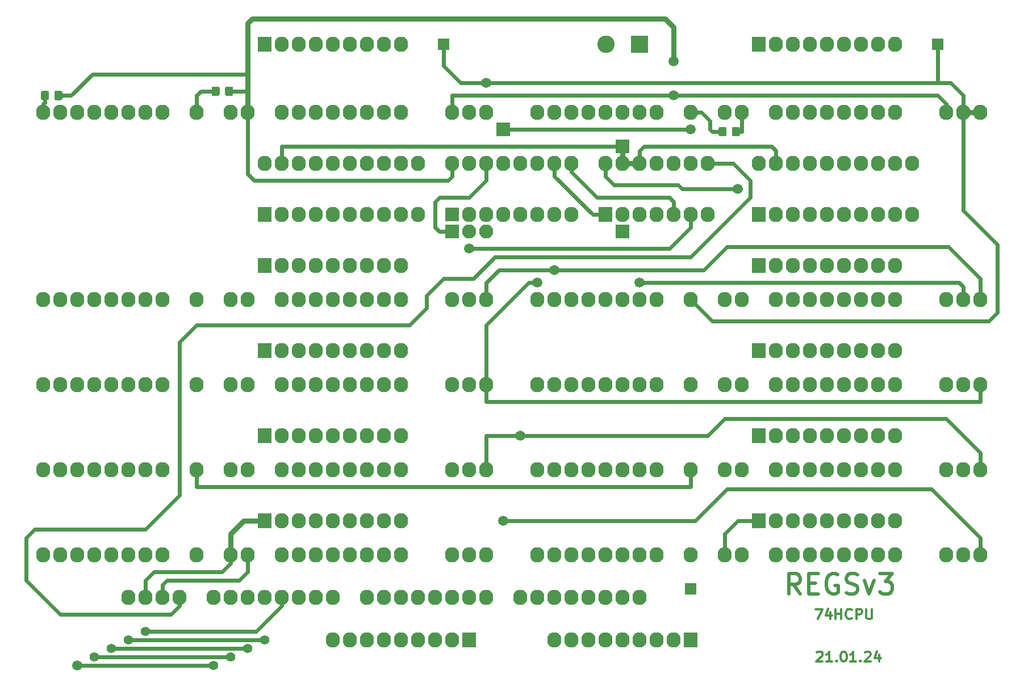
<source format=gbr>
%TF.GenerationSoftware,KiCad,Pcbnew,(5.1.8)-1*%
%TF.CreationDate,2024-01-21T21:11:34+03:00*%
%TF.ProjectId,Regs-v3,52656773-2d76-4332-9e6b-696361645f70,rev?*%
%TF.SameCoordinates,Original*%
%TF.FileFunction,Copper,L1,Top*%
%TF.FilePolarity,Positive*%
%FSLAX46Y46*%
G04 Gerber Fmt 4.6, Leading zero omitted, Abs format (unit mm)*
G04 Created by KiCad (PCBNEW (5.1.8)-1) date 2024-01-21 21:11:34*
%MOMM*%
%LPD*%
G01*
G04 APERTURE LIST*
%TA.AperFunction,NonConductor*%
%ADD10C,0.300000*%
%TD*%
%TA.AperFunction,NonConductor*%
%ADD11C,0.500000*%
%TD*%
%TA.AperFunction,ComponentPad*%
%ADD12R,1.700000X1.700000*%
%TD*%
%TA.AperFunction,ComponentPad*%
%ADD13O,2.100000X2.300000*%
%TD*%
%TA.AperFunction,ComponentPad*%
%ADD14R,2.100000X2.300000*%
%TD*%
%TA.AperFunction,ComponentPad*%
%ADD15C,2.600000*%
%TD*%
%TA.AperFunction,ComponentPad*%
%ADD16R,2.600000X2.600000*%
%TD*%
%TA.AperFunction,ComponentPad*%
%ADD17R,2.100000X2.100000*%
%TD*%
%TA.AperFunction,ComponentPad*%
%ADD18O,2.100000X2.100000*%
%TD*%
%TA.AperFunction,ViaPad*%
%ADD19C,1.500000*%
%TD*%
%TA.AperFunction,ViaPad*%
%ADD20C,1.400000*%
%TD*%
%TA.AperFunction,Conductor*%
%ADD21C,0.600000*%
%TD*%
%TA.AperFunction,Conductor*%
%ADD22C,0.800000*%
%TD*%
G04 APERTURE END LIST*
D10*
X135620714Y-111081428D02*
X135692142Y-111010000D01*
X135835000Y-110938571D01*
X136192142Y-110938571D01*
X136335000Y-111010000D01*
X136406428Y-111081428D01*
X136477857Y-111224285D01*
X136477857Y-111367142D01*
X136406428Y-111581428D01*
X135549285Y-112438571D01*
X136477857Y-112438571D01*
X137906428Y-112438571D02*
X137049285Y-112438571D01*
X137477857Y-112438571D02*
X137477857Y-110938571D01*
X137335000Y-111152857D01*
X137192142Y-111295714D01*
X137049285Y-111367142D01*
X138549285Y-112295714D02*
X138620714Y-112367142D01*
X138549285Y-112438571D01*
X138477857Y-112367142D01*
X138549285Y-112295714D01*
X138549285Y-112438571D01*
X139549285Y-110938571D02*
X139692142Y-110938571D01*
X139835000Y-111010000D01*
X139906428Y-111081428D01*
X139977857Y-111224285D01*
X140049285Y-111510000D01*
X140049285Y-111867142D01*
X139977857Y-112152857D01*
X139906428Y-112295714D01*
X139835000Y-112367142D01*
X139692142Y-112438571D01*
X139549285Y-112438571D01*
X139406428Y-112367142D01*
X139335000Y-112295714D01*
X139263571Y-112152857D01*
X139192142Y-111867142D01*
X139192142Y-111510000D01*
X139263571Y-111224285D01*
X139335000Y-111081428D01*
X139406428Y-111010000D01*
X139549285Y-110938571D01*
X141477857Y-112438571D02*
X140620714Y-112438571D01*
X141049285Y-112438571D02*
X141049285Y-110938571D01*
X140906428Y-111152857D01*
X140763571Y-111295714D01*
X140620714Y-111367142D01*
X142120714Y-112295714D02*
X142192142Y-112367142D01*
X142120714Y-112438571D01*
X142049285Y-112367142D01*
X142120714Y-112295714D01*
X142120714Y-112438571D01*
X142763571Y-111081428D02*
X142835000Y-111010000D01*
X142977857Y-110938571D01*
X143335000Y-110938571D01*
X143477857Y-111010000D01*
X143549285Y-111081428D01*
X143620714Y-111224285D01*
X143620714Y-111367142D01*
X143549285Y-111581428D01*
X142692142Y-112438571D01*
X143620714Y-112438571D01*
X144906428Y-111438571D02*
X144906428Y-112438571D01*
X144549285Y-110867142D02*
X144192142Y-111938571D01*
X145120714Y-111938571D01*
D11*
X133136428Y-102322142D02*
X132136428Y-100893571D01*
X131422142Y-102322142D02*
X131422142Y-99322142D01*
X132565000Y-99322142D01*
X132850714Y-99465000D01*
X132993571Y-99607857D01*
X133136428Y-99893571D01*
X133136428Y-100322142D01*
X132993571Y-100607857D01*
X132850714Y-100750714D01*
X132565000Y-100893571D01*
X131422142Y-100893571D01*
X134422142Y-100750714D02*
X135422142Y-100750714D01*
X135850714Y-102322142D02*
X134422142Y-102322142D01*
X134422142Y-99322142D01*
X135850714Y-99322142D01*
X138707857Y-99465000D02*
X138422142Y-99322142D01*
X137993571Y-99322142D01*
X137565000Y-99465000D01*
X137279285Y-99750714D01*
X137136428Y-100036428D01*
X136993571Y-100607857D01*
X136993571Y-101036428D01*
X137136428Y-101607857D01*
X137279285Y-101893571D01*
X137565000Y-102179285D01*
X137993571Y-102322142D01*
X138279285Y-102322142D01*
X138707857Y-102179285D01*
X138850714Y-102036428D01*
X138850714Y-101036428D01*
X138279285Y-101036428D01*
X139993571Y-102179285D02*
X140422142Y-102322142D01*
X141136428Y-102322142D01*
X141422142Y-102179285D01*
X141565000Y-102036428D01*
X141707857Y-101750714D01*
X141707857Y-101465000D01*
X141565000Y-101179285D01*
X141422142Y-101036428D01*
X141136428Y-100893571D01*
X140565000Y-100750714D01*
X140279285Y-100607857D01*
X140136428Y-100465000D01*
X139993571Y-100179285D01*
X139993571Y-99893571D01*
X140136428Y-99607857D01*
X140279285Y-99465000D01*
X140565000Y-99322142D01*
X141279285Y-99322142D01*
X141707857Y-99465000D01*
X142707857Y-100322142D02*
X143422142Y-102322142D01*
X144136428Y-100322142D01*
X144993571Y-99322142D02*
X146850714Y-99322142D01*
X145850714Y-100465000D01*
X146279285Y-100465000D01*
X146565000Y-100607857D01*
X146707857Y-100750714D01*
X146850714Y-101036428D01*
X146850714Y-101750714D01*
X146707857Y-102036428D01*
X146565000Y-102179285D01*
X146279285Y-102322142D01*
X145422142Y-102322142D01*
X145136428Y-102179285D01*
X144993571Y-102036428D01*
D10*
X135414285Y-104588571D02*
X136414285Y-104588571D01*
X135771428Y-106088571D01*
X137628571Y-105088571D02*
X137628571Y-106088571D01*
X137271428Y-104517142D02*
X136914285Y-105588571D01*
X137842857Y-105588571D01*
X138414285Y-106088571D02*
X138414285Y-104588571D01*
X138414285Y-105302857D02*
X139271428Y-105302857D01*
X139271428Y-106088571D02*
X139271428Y-104588571D01*
X140842857Y-105945714D02*
X140771428Y-106017142D01*
X140557142Y-106088571D01*
X140414285Y-106088571D01*
X140200000Y-106017142D01*
X140057142Y-105874285D01*
X139985714Y-105731428D01*
X139914285Y-105445714D01*
X139914285Y-105231428D01*
X139985714Y-104945714D01*
X140057142Y-104802857D01*
X140200000Y-104660000D01*
X140414285Y-104588571D01*
X140557142Y-104588571D01*
X140771428Y-104660000D01*
X140842857Y-104731428D01*
X141485714Y-106088571D02*
X141485714Y-104588571D01*
X142057142Y-104588571D01*
X142200000Y-104660000D01*
X142271428Y-104731428D01*
X142342857Y-104874285D01*
X142342857Y-105088571D01*
X142271428Y-105231428D01*
X142200000Y-105302857D01*
X142057142Y-105374285D01*
X141485714Y-105374285D01*
X142985714Y-104588571D02*
X142985714Y-105802857D01*
X143057142Y-105945714D01*
X143128571Y-106017142D01*
X143271428Y-106088571D01*
X143557142Y-106088571D01*
X143700000Y-106017142D01*
X143771428Y-105945714D01*
X143842857Y-105802857D01*
X143842857Y-104588571D01*
D12*
%TO.P,J20,1*%
%TO.N,/~Res*%
X153670000Y-20320000D03*
%TD*%
%TO.P,J19,1*%
%TO.N,/~Res*%
X80010000Y-20320000D03*
%TD*%
%TO.P,R8,2*%
%TO.N,VCC*%
%TA.AperFunction,SMDPad,CuDef*%
G36*
G01*
X21942500Y-28390001D02*
X21942500Y-27489999D01*
G75*
G02*
X22192499Y-27240000I249999J0D01*
G01*
X22892501Y-27240000D01*
G75*
G02*
X23142500Y-27489999I0J-249999D01*
G01*
X23142500Y-28390001D01*
G75*
G02*
X22892501Y-28640000I-249999J0D01*
G01*
X22192499Y-28640000D01*
G75*
G02*
X21942500Y-28390001I0J249999D01*
G01*
G37*
%TD.AperFunction*%
%TO.P,R8,1*%
%TO.N,Net-(R8-Pad1)*%
%TA.AperFunction,SMDPad,CuDef*%
G36*
G01*
X19942500Y-28390001D02*
X19942500Y-27489999D01*
G75*
G02*
X20192499Y-27240000I249999J0D01*
G01*
X20892501Y-27240000D01*
G75*
G02*
X21142500Y-27489999I0J-249999D01*
G01*
X21142500Y-28390001D01*
G75*
G02*
X20892501Y-28640000I-249999J0D01*
G01*
X20192499Y-28640000D01*
G75*
G02*
X19942500Y-28390001I0J249999D01*
G01*
G37*
%TD.AperFunction*%
%TD*%
D13*
%TO.P,J18,9*%
%TO.N,/ALU_H7*%
X63500000Y-109220000D03*
%TO.P,J18,8*%
%TO.N,Net-(J18-Pad8)*%
X66040000Y-109220000D03*
%TO.P,J18,7*%
%TO.N,Net-(J18-Pad7)*%
X68580000Y-109220000D03*
%TO.P,J18,6*%
%TO.N,Net-(J18-Pad6)*%
X71120000Y-109220000D03*
%TO.P,J18,5*%
%TO.N,Net-(J18-Pad5)*%
X73660000Y-109220000D03*
%TO.P,J18,4*%
%TO.N,Net-(J18-Pad4)*%
X76200000Y-109220000D03*
%TO.P,J18,3*%
%TO.N,Net-(J18-Pad3)*%
X78740000Y-109220000D03*
%TO.P,J18,2*%
%TO.N,/ALU_H0*%
X81280000Y-109220000D03*
D14*
%TO.P,J18,1*%
%TO.N,GND*%
X83820000Y-109220000D03*
%TD*%
D13*
%TO.P,J17,9*%
%TO.N,/L7*%
X96520000Y-109220000D03*
%TO.P,J17,8*%
%TO.N,/L6*%
X99060000Y-109220000D03*
%TO.P,J17,7*%
%TO.N,/L5*%
X101600000Y-109220000D03*
%TO.P,J17,6*%
%TO.N,/L4*%
X104140000Y-109220000D03*
%TO.P,J17,5*%
%TO.N,/L3*%
X106680000Y-109220000D03*
%TO.P,J17,4*%
%TO.N,/L2*%
X109220000Y-109220000D03*
%TO.P,J17,3*%
%TO.N,/L1*%
X111760000Y-109220000D03*
%TO.P,J17,2*%
%TO.N,/L0*%
X114300000Y-109220000D03*
D14*
%TO.P,J17,1*%
%TO.N,GND*%
X116840000Y-109220000D03*
%TD*%
D13*
%TO.P,U15,28*%
%TO.N,GND*%
X33020000Y-102870000D03*
%TO.P,U15,27*%
X35560000Y-102870000D03*
%TO.P,U15,26*%
%TO.N,VCC*%
X38100000Y-102870000D03*
%TO.P,U15,25*%
%TO.N,Net-(U14-Pad8)*%
X40640000Y-102870000D03*
%TO.P,U15,24*%
%TO.N,/H7*%
X45720000Y-102870000D03*
%TO.P,U15,23*%
%TO.N,/H6*%
X48260000Y-102870000D03*
%TO.P,U15,22*%
%TO.N,/H5*%
X50800000Y-102870000D03*
%TO.P,U15,21*%
%TO.N,/H4*%
X53340000Y-102870000D03*
%TO.P,U15,20*%
%TO.N,/H3*%
X55880000Y-102870000D03*
%TO.P,U15,19*%
%TO.N,/H2*%
X58420000Y-102870000D03*
%TO.P,U15,18*%
%TO.N,/H1*%
X60960000Y-102870000D03*
%TO.P,U15,17*%
%TO.N,/H0*%
X63500000Y-102870000D03*
%TO.P,U15,16*%
%TO.N,/ALU_H7*%
X68580000Y-102870000D03*
%TO.P,U15,15*%
%TO.N,Net-(J18-Pad8)*%
X71120000Y-102870000D03*
%TO.P,U15,14*%
%TO.N,Net-(J18-Pad7)*%
X73660000Y-102870000D03*
%TO.P,U15,13*%
%TO.N,Net-(J18-Pad6)*%
X76200000Y-102870000D03*
%TO.P,U15,12*%
%TO.N,Net-(J18-Pad5)*%
X78740000Y-102870000D03*
%TO.P,U15,11*%
%TO.N,Net-(J18-Pad4)*%
X81280000Y-102870000D03*
%TO.P,U15,10*%
%TO.N,Net-(J18-Pad3)*%
X83820000Y-102870000D03*
%TO.P,U15,9*%
%TO.N,/ALU_H0*%
X86360000Y-102870000D03*
%TO.P,U15,8*%
%TO.N,/L7*%
X91440000Y-102870000D03*
%TO.P,U15,7*%
%TO.N,/L6*%
X93980000Y-102870000D03*
%TO.P,U15,6*%
%TO.N,/L5*%
X96520000Y-102870000D03*
%TO.P,U15,5*%
%TO.N,/L4*%
X99060000Y-102870000D03*
%TO.P,U15,4*%
%TO.N,/L3*%
X101600000Y-102870000D03*
%TO.P,U15,3*%
%TO.N,/L2*%
X104140000Y-102870000D03*
%TO.P,U15,2*%
%TO.N,/L1*%
X106680000Y-102870000D03*
%TO.P,U15,1*%
%TO.N,/L0*%
X109220000Y-102870000D03*
%TD*%
D15*
%TO.P,J16,2*%
%TO.N,GND*%
X104220000Y-20320000D03*
D16*
%TO.P,J16,1*%
%TO.N,Net-(J16-Pad1)*%
X109220000Y-20320000D03*
%TD*%
D13*
%TO.P,U14,14*%
%TO.N,VCC*%
X104140000Y-38100000D03*
%TO.P,U14,7*%
%TO.N,GND*%
X119380000Y-45720000D03*
%TO.P,U14,13*%
%TO.N,/EXT[1]*%
X106680000Y-38100000D03*
%TO.P,U14,6*%
%TO.N,/~H*%
X116840000Y-45720000D03*
%TO.P,U14,12*%
%TO.N,/EXT[1]*%
X109220000Y-38100000D03*
%TO.P,U14,5*%
%TO.N,Net-(U13-Pad9)*%
X114300000Y-45720000D03*
%TO.P,U14,11*%
%TO.N,Net-(U10-Pad20)*%
X111760000Y-38100000D03*
%TO.P,U14,4*%
%TO.N,/Latch*%
X111760000Y-45720000D03*
%TO.P,U14,10*%
%TO.N,/~MUL*%
X114300000Y-38100000D03*
%TO.P,U14,3*%
%TO.N,/~L*%
X109220000Y-45720000D03*
%TO.P,U14,9*%
%TO.N,/~MUL*%
X116840000Y-38100000D03*
%TO.P,U14,2*%
%TO.N,/Latch*%
X106680000Y-45720000D03*
%TO.P,U14,8*%
%TO.N,Net-(U14-Pad8)*%
X119380000Y-38100000D03*
D14*
%TO.P,U14,1*%
%TO.N,Net-(U13-Pad10)*%
X104140000Y-45720000D03*
%TD*%
D13*
%TO.P,U13,16*%
%TO.N,VCC*%
X81280000Y-38100000D03*
%TO.P,U13,8*%
%TO.N,GND*%
X99060000Y-45720000D03*
%TO.P,U13,15*%
X83820000Y-38100000D03*
%TO.P,U13,7*%
%TO.N,/~R3*%
X96520000Y-45720000D03*
%TO.P,U13,14*%
%TO.N,/DST[0]*%
X86360000Y-38100000D03*
%TO.P,U13,6*%
%TO.N,/~R2*%
X93980000Y-45720000D03*
%TO.P,U13,13*%
%TO.N,/~MUL*%
X88900000Y-38100000D03*
%TO.P,U13,5*%
%TO.N,/~R1*%
X91440000Y-45720000D03*
%TO.P,U13,12*%
%TO.N,Net-(U13-Pad12)*%
X91440000Y-38100000D03*
%TO.P,U13,4*%
%TO.N,/~R0*%
X88900000Y-45720000D03*
%TO.P,U13,11*%
%TO.N,Net-(U13-Pad11)*%
X93980000Y-38100000D03*
%TO.P,U13,3*%
%TO.N,/DST[2]*%
X86360000Y-45720000D03*
%TO.P,U13,10*%
%TO.N,Net-(U13-Pad10)*%
X96520000Y-38100000D03*
%TO.P,U13,2*%
%TO.N,/DST[1]*%
X83820000Y-45720000D03*
%TO.P,U13,9*%
%TO.N,Net-(U13-Pad9)*%
X99060000Y-38100000D03*
D17*
%TO.P,U13,1*%
%TO.N,GND*%
X81280000Y-45720000D03*
%TD*%
%TO.P,R2,2*%
%TO.N,VCC*%
%TA.AperFunction,SMDPad,CuDef*%
G36*
G01*
X47390000Y-27755001D02*
X47390000Y-26854999D01*
G75*
G02*
X47639999Y-26605000I249999J0D01*
G01*
X48340001Y-26605000D01*
G75*
G02*
X48590000Y-26854999I0J-249999D01*
G01*
X48590000Y-27755001D01*
G75*
G02*
X48340001Y-28005000I-249999J0D01*
G01*
X47639999Y-28005000D01*
G75*
G02*
X47390000Y-27755001I0J249999D01*
G01*
G37*
%TD.AperFunction*%
%TO.P,R2,1*%
%TO.N,Net-(R2-Pad1)*%
%TA.AperFunction,SMDPad,CuDef*%
G36*
G01*
X45390000Y-27755001D02*
X45390000Y-26854999D01*
G75*
G02*
X45639999Y-26605000I249999J0D01*
G01*
X46340001Y-26605000D01*
G75*
G02*
X46590000Y-26854999I0J-249999D01*
G01*
X46590000Y-27755001D01*
G75*
G02*
X46340001Y-28005000I-249999J0D01*
G01*
X45639999Y-28005000D01*
G75*
G02*
X45390000Y-27755001I0J249999D01*
G01*
G37*
%TD.AperFunction*%
%TD*%
%TO.P,R1,2*%
%TO.N,VCC*%
%TA.AperFunction,SMDPad,CuDef*%
G36*
G01*
X122955000Y-33787501D02*
X122955000Y-32887499D01*
G75*
G02*
X123204999Y-32637500I249999J0D01*
G01*
X123905001Y-32637500D01*
G75*
G02*
X124155000Y-32887499I0J-249999D01*
G01*
X124155000Y-33787501D01*
G75*
G02*
X123905001Y-34037500I-249999J0D01*
G01*
X123204999Y-34037500D01*
G75*
G02*
X122955000Y-33787501I0J249999D01*
G01*
G37*
%TD.AperFunction*%
%TO.P,R1,1*%
%TO.N,Net-(R1-Pad1)*%
%TA.AperFunction,SMDPad,CuDef*%
G36*
G01*
X120955000Y-33787501D02*
X120955000Y-32887499D01*
G75*
G02*
X121204999Y-32637500I249999J0D01*
G01*
X121905001Y-32637500D01*
G75*
G02*
X122155000Y-32887499I0J-249999D01*
G01*
X122155000Y-33787501D01*
G75*
G02*
X121905001Y-34037500I-249999J0D01*
G01*
X121204999Y-34037500D01*
G75*
G02*
X120955000Y-33787501I0J249999D01*
G01*
G37*
%TD.AperFunction*%
%TD*%
%TO.P,J15,1*%
%TO.N,/Latch*%
X106680000Y-48260000D03*
%TD*%
%TO.P,J14,1*%
%TO.N,/EXT[1]*%
X106680000Y-35560000D03*
%TD*%
D12*
%TO.P,J13,1*%
%TO.N,/~Res*%
X116840000Y-101600000D03*
%TD*%
D17*
%TO.P,J12,1*%
%TO.N,/~MUL*%
X88900000Y-33020000D03*
%TD*%
D18*
%TO.P,J11,3*%
%TO.N,/DST[2]*%
X86360000Y-48260000D03*
%TO.P,J11,2*%
%TO.N,/DST[1]*%
X83820000Y-48260000D03*
D17*
%TO.P,J11,1*%
%TO.N,/DST[0]*%
X81280000Y-48260000D03*
%TD*%
D13*
%TO.P,J10,9*%
%TO.N,/YH|SPH.7*%
X73660000Y-20320000D03*
%TO.P,J10,8*%
%TO.N,/YH|SPH.6*%
X71120000Y-20320000D03*
%TO.P,J10,7*%
%TO.N,/YH|SPH.5*%
X68580000Y-20320000D03*
%TO.P,J10,6*%
%TO.N,/YH|SPH.4*%
X66040000Y-20320000D03*
%TO.P,J10,5*%
%TO.N,/YH|SPH.3*%
X63500000Y-20320000D03*
%TO.P,J10,4*%
%TO.N,/YH|SPH.2*%
X60960000Y-20320000D03*
%TO.P,J10,3*%
%TO.N,/YH|SPH.1*%
X58420000Y-20320000D03*
%TO.P,J10,2*%
%TO.N,/YH|SPH.0*%
X55880000Y-20320000D03*
D14*
%TO.P,J10,1*%
%TO.N,GND*%
X53340000Y-20320000D03*
%TD*%
D13*
%TO.P,U12,20*%
%TO.N,VCC*%
X53340000Y-38100000D03*
%TO.P,U12,10*%
%TO.N,GND*%
X76200000Y-45720000D03*
%TO.P,U12,19*%
%TO.N,/EXT[1]*%
X55880000Y-38100000D03*
%TO.P,U12,9*%
%TO.N,/R7.7*%
X73660000Y-45720000D03*
%TO.P,U12,18*%
%TO.N,/YH|SPH.0*%
X58420000Y-38100000D03*
%TO.P,U12,8*%
%TO.N,/R7.6*%
X71120000Y-45720000D03*
%TO.P,U12,17*%
%TO.N,/YH|SPH.1*%
X60960000Y-38100000D03*
%TO.P,U12,7*%
%TO.N,/R7.5*%
X68580000Y-45720000D03*
%TO.P,U12,16*%
%TO.N,/YH|SPH.2*%
X63500000Y-38100000D03*
%TO.P,U12,6*%
%TO.N,/R7.4*%
X66040000Y-45720000D03*
%TO.P,U12,15*%
%TO.N,/YH|SPH.3*%
X66040000Y-38100000D03*
%TO.P,U12,5*%
%TO.N,/R7.3*%
X63500000Y-45720000D03*
%TO.P,U12,14*%
%TO.N,/YH|SPH.4*%
X68580000Y-38100000D03*
%TO.P,U12,4*%
%TO.N,/R7.2*%
X60960000Y-45720000D03*
%TO.P,U12,13*%
%TO.N,/YH|SPH.5*%
X71120000Y-38100000D03*
%TO.P,U12,3*%
%TO.N,/R7.1*%
X58420000Y-45720000D03*
%TO.P,U12,12*%
%TO.N,/YH|SPH.6*%
X73660000Y-38100000D03*
%TO.P,U12,2*%
%TO.N,/R7.0*%
X55880000Y-45720000D03*
%TO.P,U12,11*%
%TO.N,/YH|SPH.7*%
X76200000Y-38100000D03*
D14*
%TO.P,U12,1*%
%TO.N,Net-(R4-Pad1)*%
X53340000Y-45720000D03*
%TD*%
D13*
%TO.P,U11,20*%
%TO.N,VCC*%
X127000000Y-38100000D03*
%TO.P,U11,10*%
%TO.N,GND*%
X149860000Y-45720000D03*
%TO.P,U11,19*%
%TO.N,/EXT[1]*%
X129540000Y-38100000D03*
%TO.P,U11,9*%
%TO.N,/R6.7*%
X147320000Y-45720000D03*
%TO.P,U11,18*%
%TO.N,/YL|SPL.0*%
X132080000Y-38100000D03*
%TO.P,U11,8*%
%TO.N,/R6.6*%
X144780000Y-45720000D03*
%TO.P,U11,17*%
%TO.N,/YL|SPL.1*%
X134620000Y-38100000D03*
%TO.P,U11,7*%
%TO.N,/R6.5*%
X142240000Y-45720000D03*
%TO.P,U11,16*%
%TO.N,/YL|SPL.2*%
X137160000Y-38100000D03*
%TO.P,U11,6*%
%TO.N,/R6.4*%
X139700000Y-45720000D03*
%TO.P,U11,15*%
%TO.N,/YL|SPL.3*%
X139700000Y-38100000D03*
%TO.P,U11,5*%
%TO.N,/R6.3*%
X137160000Y-45720000D03*
%TO.P,U11,14*%
%TO.N,/YL|SPL.4*%
X142240000Y-38100000D03*
%TO.P,U11,4*%
%TO.N,/R6.2*%
X134620000Y-45720000D03*
%TO.P,U11,13*%
%TO.N,/YL|SPL.5*%
X144780000Y-38100000D03*
%TO.P,U11,3*%
%TO.N,/R6.1*%
X132080000Y-45720000D03*
%TO.P,U11,12*%
%TO.N,/YL|SPL.6*%
X147320000Y-38100000D03*
%TO.P,U11,2*%
%TO.N,/R6.0*%
X129540000Y-45720000D03*
%TO.P,U11,11*%
%TO.N,/YL|SPL.7*%
X149860000Y-38100000D03*
D14*
%TO.P,U11,1*%
%TO.N,Net-(R3-Pad1)*%
X127000000Y-45720000D03*
%TD*%
D13*
%TO.P,J9,9*%
%TO.N,/YL|SPL.7*%
X147320000Y-20320000D03*
%TO.P,J9,8*%
%TO.N,/YL|SPL.6*%
X144780000Y-20320000D03*
%TO.P,J9,7*%
%TO.N,/YL|SPL.5*%
X142240000Y-20320000D03*
%TO.P,J9,6*%
%TO.N,/YL|SPL.4*%
X139700000Y-20320000D03*
%TO.P,J9,5*%
%TO.N,/YL|SPL.3*%
X137160000Y-20320000D03*
%TO.P,J9,4*%
%TO.N,/YL|SPL.2*%
X134620000Y-20320000D03*
%TO.P,J9,3*%
%TO.N,/YL|SPL.1*%
X132080000Y-20320000D03*
%TO.P,J9,2*%
%TO.N,/YL|SPL.0*%
X129540000Y-20320000D03*
D14*
%TO.P,J9,1*%
%TO.N,GND*%
X127000000Y-20320000D03*
%TD*%
D13*
%TO.P,J8,9*%
%TO.N,/R7.7*%
X73660000Y-53340000D03*
%TO.P,J8,8*%
%TO.N,/R7.6*%
X71120000Y-53340000D03*
%TO.P,J8,7*%
%TO.N,/R7.5*%
X68580000Y-53340000D03*
%TO.P,J8,6*%
%TO.N,/R7.4*%
X66040000Y-53340000D03*
%TO.P,J8,5*%
%TO.N,/R7.3*%
X63500000Y-53340000D03*
%TO.P,J8,4*%
%TO.N,/R7.2*%
X60960000Y-53340000D03*
%TO.P,J8,3*%
%TO.N,/R7.1*%
X58420000Y-53340000D03*
%TO.P,J8,2*%
%TO.N,/R7.0*%
X55880000Y-53340000D03*
D14*
%TO.P,J8,1*%
%TO.N,GND*%
X53340000Y-53340000D03*
%TD*%
D13*
%TO.P,J7,9*%
%TO.N,/R6.7*%
X147320000Y-53340000D03*
%TO.P,J7,8*%
%TO.N,/R6.6*%
X144780000Y-53340000D03*
%TO.P,J7,7*%
%TO.N,/R6.5*%
X142240000Y-53340000D03*
%TO.P,J7,6*%
%TO.N,/R6.4*%
X139700000Y-53340000D03*
%TO.P,J7,5*%
%TO.N,/R6.3*%
X137160000Y-53340000D03*
%TO.P,J7,4*%
%TO.N,/R6.2*%
X134620000Y-53340000D03*
%TO.P,J7,3*%
%TO.N,/R6.1*%
X132080000Y-53340000D03*
%TO.P,J7,2*%
%TO.N,/R6.0*%
X129540000Y-53340000D03*
D14*
%TO.P,J7,1*%
%TO.N,GND*%
X127000000Y-53340000D03*
%TD*%
D13*
%TO.P,J6,9*%
%TO.N,/R5.7*%
X73660000Y-66040000D03*
%TO.P,J6,8*%
%TO.N,/R5.6*%
X71120000Y-66040000D03*
%TO.P,J6,7*%
%TO.N,/R5.5*%
X68580000Y-66040000D03*
%TO.P,J6,6*%
%TO.N,/R5.4*%
X66040000Y-66040000D03*
%TO.P,J6,5*%
%TO.N,/R5.3*%
X63500000Y-66040000D03*
%TO.P,J6,4*%
%TO.N,/R5.2*%
X60960000Y-66040000D03*
%TO.P,J6,3*%
%TO.N,/R5.1*%
X58420000Y-66040000D03*
%TO.P,J6,2*%
%TO.N,/R5.0*%
X55880000Y-66040000D03*
D14*
%TO.P,J6,1*%
%TO.N,GND*%
X53340000Y-66040000D03*
%TD*%
D13*
%TO.P,J5,9*%
%TO.N,/R4.7*%
X147320000Y-66040000D03*
%TO.P,J5,8*%
%TO.N,/R4.6*%
X144780000Y-66040000D03*
%TO.P,J5,7*%
%TO.N,/R4.5*%
X142240000Y-66040000D03*
%TO.P,J5,6*%
%TO.N,/R4.4*%
X139700000Y-66040000D03*
%TO.P,J5,5*%
%TO.N,/R4.3*%
X137160000Y-66040000D03*
%TO.P,J5,4*%
%TO.N,/R4.2*%
X134620000Y-66040000D03*
%TO.P,J5,3*%
%TO.N,/R4.1*%
X132080000Y-66040000D03*
%TO.P,J5,2*%
%TO.N,/R4.0*%
X129540000Y-66040000D03*
D14*
%TO.P,J5,1*%
%TO.N,GND*%
X127000000Y-66040000D03*
%TD*%
D13*
%TO.P,J4,9*%
%TO.N,/R3.7*%
X73660000Y-78740000D03*
%TO.P,J4,8*%
%TO.N,/R3.6*%
X71120000Y-78740000D03*
%TO.P,J4,7*%
%TO.N,/R3.5*%
X68580000Y-78740000D03*
%TO.P,J4,6*%
%TO.N,/R3.4*%
X66040000Y-78740000D03*
%TO.P,J4,5*%
%TO.N,/R3.3*%
X63500000Y-78740000D03*
%TO.P,J4,4*%
%TO.N,/R3.2*%
X60960000Y-78740000D03*
%TO.P,J4,3*%
%TO.N,/R3.1*%
X58420000Y-78740000D03*
%TO.P,J4,2*%
%TO.N,/R3.0*%
X55880000Y-78740000D03*
D14*
%TO.P,J4,1*%
%TO.N,GND*%
X53340000Y-78740000D03*
%TD*%
D13*
%TO.P,J3,9*%
%TO.N,/R2.7*%
X147320000Y-78740000D03*
%TO.P,J3,8*%
%TO.N,/R2.6*%
X144780000Y-78740000D03*
%TO.P,J3,7*%
%TO.N,/R2.5*%
X142240000Y-78740000D03*
%TO.P,J3,6*%
%TO.N,/R2.4*%
X139700000Y-78740000D03*
%TO.P,J3,5*%
%TO.N,/R2.3*%
X137160000Y-78740000D03*
%TO.P,J3,4*%
%TO.N,/R2.2*%
X134620000Y-78740000D03*
%TO.P,J3,3*%
%TO.N,/R2.1*%
X132080000Y-78740000D03*
%TO.P,J3,2*%
%TO.N,/R2.0*%
X129540000Y-78740000D03*
D14*
%TO.P,J3,1*%
%TO.N,GND*%
X127000000Y-78740000D03*
%TD*%
D13*
%TO.P,J2,9*%
%TO.N,/R1.7*%
X73660000Y-91440000D03*
%TO.P,J2,8*%
%TO.N,/R1.6*%
X71120000Y-91440000D03*
%TO.P,J2,7*%
%TO.N,/R1.5*%
X68580000Y-91440000D03*
%TO.P,J2,6*%
%TO.N,/R1.4*%
X66040000Y-91440000D03*
%TO.P,J2,5*%
%TO.N,/R1.3*%
X63500000Y-91440000D03*
%TO.P,J2,4*%
%TO.N,/R1.2*%
X60960000Y-91440000D03*
%TO.P,J2,3*%
%TO.N,/R1.1*%
X58420000Y-91440000D03*
%TO.P,J2,2*%
%TO.N,/R1.0*%
X55880000Y-91440000D03*
D14*
%TO.P,J2,1*%
%TO.N,GND*%
X53340000Y-91440000D03*
%TD*%
D13*
%TO.P,J1,9*%
%TO.N,/R0.7*%
X147320000Y-91440000D03*
%TO.P,J1,8*%
%TO.N,/R0.6*%
X144780000Y-91440000D03*
%TO.P,J1,7*%
%TO.N,/R0.5*%
X142240000Y-91440000D03*
%TO.P,J1,6*%
%TO.N,/R0.4*%
X139700000Y-91440000D03*
%TO.P,J1,5*%
%TO.N,/R0.3*%
X137160000Y-91440000D03*
%TO.P,J1,4*%
%TO.N,/R0.2*%
X134620000Y-91440000D03*
%TO.P,J1,3*%
%TO.N,/R0.1*%
X132080000Y-91440000D03*
%TO.P,J1,2*%
%TO.N,/R0.0*%
X129540000Y-91440000D03*
D14*
%TO.P,J1,1*%
%TO.N,GND*%
X127000000Y-91440000D03*
%TD*%
D13*
%TO.P,U10,22*%
%TO.N,/~Res*%
X86360000Y-30480000D03*
%TO.P,U10,21*%
X83820000Y-30480000D03*
%TO.P,U10,20*%
%TO.N,Net-(U10-Pad20)*%
X81280000Y-30480000D03*
%TO.P,U10,19*%
%TO.N,/YH|SPH.7*%
X73660000Y-30480000D03*
%TO.P,U10,18*%
%TO.N,/YH|SPH.6*%
X71120000Y-30480000D03*
%TO.P,U10,17*%
%TO.N,/YH|SPH.5*%
X68580000Y-30480000D03*
%TO.P,U10,16*%
%TO.N,/YH|SPH.4*%
X66040000Y-30480000D03*
%TO.P,U10,15*%
%TO.N,/YH|SPH.3*%
X63500000Y-30480000D03*
%TO.P,U10,14*%
%TO.N,/YH|SPH.2*%
X60960000Y-30480000D03*
%TO.P,U10,13*%
%TO.N,/YH|SPH.1*%
X58420000Y-30480000D03*
%TO.P,U10,12*%
%TO.N,/YH|SPH.0*%
X55880000Y-30480000D03*
%TO.P,U10,11*%
%TO.N,VCC*%
X50800000Y-30480000D03*
%TO.P,U10,10*%
%TO.N,GND*%
X48260000Y-30480000D03*
%TO.P,U10,9*%
%TO.N,Net-(R2-Pad1)*%
X43180000Y-30480000D03*
%TO.P,U10,8*%
%TO.N,GND*%
X38100000Y-30480000D03*
%TO.P,U10,7*%
X35560000Y-30480000D03*
%TO.P,U10,6*%
X33020000Y-30480000D03*
%TO.P,U10,5*%
X30480000Y-30480000D03*
%TO.P,U10,4*%
X27940000Y-30480000D03*
%TO.P,U10,3*%
X25400000Y-30480000D03*
%TO.P,U10,2*%
X22860000Y-30480000D03*
%TO.P,U10,1*%
%TO.N,Net-(R8-Pad1)*%
X20320000Y-30480000D03*
%TD*%
%TO.P,U9,22*%
%TO.N,/~Res*%
X160020000Y-30480000D03*
%TO.P,U9,21*%
X157480000Y-30480000D03*
%TO.P,U9,20*%
%TO.N,Net-(U10-Pad20)*%
X154940000Y-30480000D03*
%TO.P,U9,19*%
%TO.N,/YL|SPL.7*%
X147320000Y-30480000D03*
%TO.P,U9,18*%
%TO.N,/YL|SPL.6*%
X144780000Y-30480000D03*
%TO.P,U9,17*%
%TO.N,/YL|SPL.5*%
X142240000Y-30480000D03*
%TO.P,U9,16*%
%TO.N,/YL|SPL.4*%
X139700000Y-30480000D03*
%TO.P,U9,15*%
%TO.N,/YL|SPL.3*%
X137160000Y-30480000D03*
%TO.P,U9,14*%
%TO.N,/YL|SPL.2*%
X134620000Y-30480000D03*
%TO.P,U9,13*%
%TO.N,/YL|SPL.1*%
X132080000Y-30480000D03*
%TO.P,U9,12*%
%TO.N,/YL|SPL.0*%
X129540000Y-30480000D03*
%TO.P,U9,11*%
%TO.N,VCC*%
X124460000Y-30480000D03*
%TO.P,U9,10*%
%TO.N,GND*%
X121920000Y-30480000D03*
%TO.P,U9,9*%
%TO.N,Net-(R1-Pad1)*%
X116840000Y-30480000D03*
%TO.P,U9,8*%
%TO.N,GND*%
X111760000Y-30480000D03*
%TO.P,U9,7*%
X109220000Y-30480000D03*
%TO.P,U9,6*%
X106680000Y-30480000D03*
%TO.P,U9,5*%
X104140000Y-30480000D03*
%TO.P,U9,4*%
X101600000Y-30480000D03*
%TO.P,U9,3*%
X99060000Y-30480000D03*
%TO.P,U9,2*%
X96520000Y-30480000D03*
%TO.P,U9,1*%
X93980000Y-30480000D03*
%TD*%
%TO.P,U1,22*%
%TO.N,/~R0*%
X160020000Y-96520000D03*
%TO.P,U1,21*%
%TO.N,/~L*%
X157480000Y-96520000D03*
%TO.P,U1,20*%
%TO.N,GND*%
X154940000Y-96520000D03*
%TO.P,U1,19*%
%TO.N,/R0.7*%
X147320000Y-96520000D03*
%TO.P,U1,18*%
%TO.N,/R0.6*%
X144780000Y-96520000D03*
%TO.P,U1,17*%
%TO.N,/R0.5*%
X142240000Y-96520000D03*
%TO.P,U1,16*%
%TO.N,/R0.4*%
X139700000Y-96520000D03*
%TO.P,U1,15*%
%TO.N,/R0.3*%
X137160000Y-96520000D03*
%TO.P,U1,14*%
%TO.N,/R0.2*%
X134620000Y-96520000D03*
%TO.P,U1,13*%
%TO.N,/R0.1*%
X132080000Y-96520000D03*
%TO.P,U1,12*%
%TO.N,/R0.0*%
X129540000Y-96520000D03*
%TO.P,U1,11*%
%TO.N,VCC*%
X124460000Y-96520000D03*
%TO.P,U1,10*%
%TO.N,GND*%
X121920000Y-96520000D03*
%TO.P,U1,9*%
%TO.N,/~Res*%
X116840000Y-96520000D03*
%TO.P,U1,8*%
%TO.N,/L0*%
X111760000Y-96520000D03*
%TO.P,U1,7*%
%TO.N,/L1*%
X109220000Y-96520000D03*
%TO.P,U1,6*%
%TO.N,/L2*%
X106680000Y-96520000D03*
%TO.P,U1,5*%
%TO.N,/L3*%
X104140000Y-96520000D03*
%TO.P,U1,4*%
%TO.N,/L4*%
X101600000Y-96520000D03*
%TO.P,U1,3*%
%TO.N,/L5*%
X99060000Y-96520000D03*
%TO.P,U1,2*%
%TO.N,/L6*%
X96520000Y-96520000D03*
%TO.P,U1,1*%
%TO.N,/L7*%
X93980000Y-96520000D03*
%TD*%
%TO.P,U8,22*%
%TO.N,/~R3*%
X86360000Y-58420000D03*
%TO.P,U8,21*%
%TO.N,/~H*%
X83820000Y-58420000D03*
%TO.P,U8,20*%
%TO.N,GND*%
X81280000Y-58420000D03*
%TO.P,U8,19*%
%TO.N,/R7.7*%
X73660000Y-58420000D03*
%TO.P,U8,18*%
%TO.N,/R7.6*%
X71120000Y-58420000D03*
%TO.P,U8,17*%
%TO.N,/R7.5*%
X68580000Y-58420000D03*
%TO.P,U8,16*%
%TO.N,/R7.4*%
X66040000Y-58420000D03*
%TO.P,U8,15*%
%TO.N,/R7.3*%
X63500000Y-58420000D03*
%TO.P,U8,14*%
%TO.N,/R7.2*%
X60960000Y-58420000D03*
%TO.P,U8,13*%
%TO.N,/R7.1*%
X58420000Y-58420000D03*
%TO.P,U8,12*%
%TO.N,/R7.0*%
X55880000Y-58420000D03*
%TO.P,U8,11*%
%TO.N,VCC*%
X50800000Y-58420000D03*
%TO.P,U8,10*%
%TO.N,GND*%
X48260000Y-58420000D03*
%TO.P,U8,9*%
%TO.N,/~Res*%
X43180000Y-58420000D03*
%TO.P,U8,8*%
%TO.N,/H0*%
X38100000Y-58420000D03*
%TO.P,U8,7*%
%TO.N,/H1*%
X35560000Y-58420000D03*
%TO.P,U8,6*%
%TO.N,/H2*%
X33020000Y-58420000D03*
%TO.P,U8,5*%
%TO.N,/H3*%
X30480000Y-58420000D03*
%TO.P,U8,4*%
%TO.N,/H4*%
X27940000Y-58420000D03*
%TO.P,U8,3*%
%TO.N,/H5*%
X25400000Y-58420000D03*
%TO.P,U8,2*%
%TO.N,/H6*%
X22860000Y-58420000D03*
%TO.P,U8,1*%
%TO.N,/H7*%
X20320000Y-58420000D03*
%TD*%
%TO.P,U6,22*%
%TO.N,/~R2*%
X86360000Y-71120000D03*
%TO.P,U6,21*%
%TO.N,/~H*%
X83820000Y-71120000D03*
%TO.P,U6,20*%
%TO.N,GND*%
X81280000Y-71120000D03*
%TO.P,U6,19*%
%TO.N,/R5.7*%
X73660000Y-71120000D03*
%TO.P,U6,18*%
%TO.N,/R5.6*%
X71120000Y-71120000D03*
%TO.P,U6,17*%
%TO.N,/R5.5*%
X68580000Y-71120000D03*
%TO.P,U6,16*%
%TO.N,/R5.4*%
X66040000Y-71120000D03*
%TO.P,U6,15*%
%TO.N,/R5.3*%
X63500000Y-71120000D03*
%TO.P,U6,14*%
%TO.N,/R5.2*%
X60960000Y-71120000D03*
%TO.P,U6,13*%
%TO.N,/R5.1*%
X58420000Y-71120000D03*
%TO.P,U6,12*%
%TO.N,/R5.0*%
X55880000Y-71120000D03*
%TO.P,U6,11*%
%TO.N,VCC*%
X50800000Y-71120000D03*
%TO.P,U6,10*%
%TO.N,GND*%
X48260000Y-71120000D03*
%TO.P,U6,9*%
%TO.N,/~Res*%
X43180000Y-71120000D03*
%TO.P,U6,8*%
%TO.N,/H0*%
X38100000Y-71120000D03*
%TO.P,U6,7*%
%TO.N,/H1*%
X35560000Y-71120000D03*
%TO.P,U6,6*%
%TO.N,/H2*%
X33020000Y-71120000D03*
%TO.P,U6,5*%
%TO.N,/H3*%
X30480000Y-71120000D03*
%TO.P,U6,4*%
%TO.N,/H4*%
X27940000Y-71120000D03*
%TO.P,U6,3*%
%TO.N,/H5*%
X25400000Y-71120000D03*
%TO.P,U6,2*%
%TO.N,/H6*%
X22860000Y-71120000D03*
%TO.P,U6,1*%
%TO.N,/H7*%
X20320000Y-71120000D03*
%TD*%
%TO.P,U4,22*%
%TO.N,/~R1*%
X86360000Y-83820000D03*
%TO.P,U4,21*%
%TO.N,/~H*%
X83820000Y-83820000D03*
%TO.P,U4,20*%
%TO.N,GND*%
X81280000Y-83820000D03*
%TO.P,U4,19*%
%TO.N,/R3.7*%
X73660000Y-83820000D03*
%TO.P,U4,18*%
%TO.N,/R3.6*%
X71120000Y-83820000D03*
%TO.P,U4,17*%
%TO.N,/R3.5*%
X68580000Y-83820000D03*
%TO.P,U4,16*%
%TO.N,/R3.4*%
X66040000Y-83820000D03*
%TO.P,U4,15*%
%TO.N,/R3.3*%
X63500000Y-83820000D03*
%TO.P,U4,14*%
%TO.N,/R3.2*%
X60960000Y-83820000D03*
%TO.P,U4,13*%
%TO.N,/R3.1*%
X58420000Y-83820000D03*
%TO.P,U4,12*%
%TO.N,/R3.0*%
X55880000Y-83820000D03*
%TO.P,U4,11*%
%TO.N,VCC*%
X50800000Y-83820000D03*
%TO.P,U4,10*%
%TO.N,GND*%
X48260000Y-83820000D03*
%TO.P,U4,9*%
%TO.N,/~Res*%
X43180000Y-83820000D03*
%TO.P,U4,8*%
%TO.N,/H0*%
X38100000Y-83820000D03*
%TO.P,U4,7*%
%TO.N,/H1*%
X35560000Y-83820000D03*
%TO.P,U4,6*%
%TO.N,/H2*%
X33020000Y-83820000D03*
%TO.P,U4,5*%
%TO.N,/H3*%
X30480000Y-83820000D03*
%TO.P,U4,4*%
%TO.N,/H4*%
X27940000Y-83820000D03*
%TO.P,U4,3*%
%TO.N,/H5*%
X25400000Y-83820000D03*
%TO.P,U4,2*%
%TO.N,/H6*%
X22860000Y-83820000D03*
%TO.P,U4,1*%
%TO.N,/H7*%
X20320000Y-83820000D03*
%TD*%
%TO.P,U2,22*%
%TO.N,/~R0*%
X86360000Y-96520000D03*
%TO.P,U2,21*%
%TO.N,/~H*%
X83820000Y-96520000D03*
%TO.P,U2,20*%
%TO.N,GND*%
X81280000Y-96520000D03*
%TO.P,U2,19*%
%TO.N,/R1.7*%
X73660000Y-96520000D03*
%TO.P,U2,18*%
%TO.N,/R1.6*%
X71120000Y-96520000D03*
%TO.P,U2,17*%
%TO.N,/R1.5*%
X68580000Y-96520000D03*
%TO.P,U2,16*%
%TO.N,/R1.4*%
X66040000Y-96520000D03*
%TO.P,U2,15*%
%TO.N,/R1.3*%
X63500000Y-96520000D03*
%TO.P,U2,14*%
%TO.N,/R1.2*%
X60960000Y-96520000D03*
%TO.P,U2,13*%
%TO.N,/R1.1*%
X58420000Y-96520000D03*
%TO.P,U2,12*%
%TO.N,/R1.0*%
X55880000Y-96520000D03*
%TO.P,U2,11*%
%TO.N,VCC*%
X50800000Y-96520000D03*
%TO.P,U2,10*%
%TO.N,GND*%
X48260000Y-96520000D03*
%TO.P,U2,9*%
%TO.N,/~Res*%
X43180000Y-96520000D03*
%TO.P,U2,8*%
%TO.N,/H0*%
X38100000Y-96520000D03*
%TO.P,U2,7*%
%TO.N,/H1*%
X35560000Y-96520000D03*
%TO.P,U2,6*%
%TO.N,/H2*%
X33020000Y-96520000D03*
%TO.P,U2,5*%
%TO.N,/H3*%
X30480000Y-96520000D03*
%TO.P,U2,4*%
%TO.N,/H4*%
X27940000Y-96520000D03*
%TO.P,U2,3*%
%TO.N,/H5*%
X25400000Y-96520000D03*
%TO.P,U2,2*%
%TO.N,/H6*%
X22860000Y-96520000D03*
%TO.P,U2,1*%
%TO.N,/H7*%
X20320000Y-96520000D03*
%TD*%
%TO.P,U7,22*%
%TO.N,/~R3*%
X160020000Y-58420000D03*
%TO.P,U7,21*%
%TO.N,/~L*%
X157480000Y-58420000D03*
%TO.P,U7,20*%
%TO.N,GND*%
X154940000Y-58420000D03*
%TO.P,U7,19*%
%TO.N,/R6.7*%
X147320000Y-58420000D03*
%TO.P,U7,18*%
%TO.N,/R6.6*%
X144780000Y-58420000D03*
%TO.P,U7,17*%
%TO.N,/R6.5*%
X142240000Y-58420000D03*
%TO.P,U7,16*%
%TO.N,/R6.4*%
X139700000Y-58420000D03*
%TO.P,U7,15*%
%TO.N,/R6.3*%
X137160000Y-58420000D03*
%TO.P,U7,14*%
%TO.N,/R6.2*%
X134620000Y-58420000D03*
%TO.P,U7,13*%
%TO.N,/R6.1*%
X132080000Y-58420000D03*
%TO.P,U7,12*%
%TO.N,/R6.0*%
X129540000Y-58420000D03*
%TO.P,U7,11*%
%TO.N,VCC*%
X124460000Y-58420000D03*
%TO.P,U7,10*%
%TO.N,GND*%
X121920000Y-58420000D03*
%TO.P,U7,9*%
%TO.N,/~Res*%
X116840000Y-58420000D03*
%TO.P,U7,8*%
%TO.N,/L0*%
X111760000Y-58420000D03*
%TO.P,U7,7*%
%TO.N,/L1*%
X109220000Y-58420000D03*
%TO.P,U7,6*%
%TO.N,/L2*%
X106680000Y-58420000D03*
%TO.P,U7,5*%
%TO.N,/L3*%
X104140000Y-58420000D03*
%TO.P,U7,4*%
%TO.N,/L4*%
X101600000Y-58420000D03*
%TO.P,U7,3*%
%TO.N,/L5*%
X99060000Y-58420000D03*
%TO.P,U7,2*%
%TO.N,/L6*%
X96520000Y-58420000D03*
%TO.P,U7,1*%
%TO.N,/L7*%
X93980000Y-58420000D03*
%TD*%
%TO.P,U5,22*%
%TO.N,/~R2*%
X160020000Y-71120000D03*
%TO.P,U5,21*%
%TO.N,/~L*%
X157480000Y-71120000D03*
%TO.P,U5,20*%
%TO.N,GND*%
X154940000Y-71120000D03*
%TO.P,U5,19*%
%TO.N,/R4.7*%
X147320000Y-71120000D03*
%TO.P,U5,18*%
%TO.N,/R4.6*%
X144780000Y-71120000D03*
%TO.P,U5,17*%
%TO.N,/R4.5*%
X142240000Y-71120000D03*
%TO.P,U5,16*%
%TO.N,/R4.4*%
X139700000Y-71120000D03*
%TO.P,U5,15*%
%TO.N,/R4.3*%
X137160000Y-71120000D03*
%TO.P,U5,14*%
%TO.N,/R4.2*%
X134620000Y-71120000D03*
%TO.P,U5,13*%
%TO.N,/R4.1*%
X132080000Y-71120000D03*
%TO.P,U5,12*%
%TO.N,/R4.0*%
X129540000Y-71120000D03*
%TO.P,U5,11*%
%TO.N,VCC*%
X124460000Y-71120000D03*
%TO.P,U5,10*%
%TO.N,GND*%
X121920000Y-71120000D03*
%TO.P,U5,9*%
%TO.N,/~Res*%
X116840000Y-71120000D03*
%TO.P,U5,8*%
%TO.N,/L0*%
X111760000Y-71120000D03*
%TO.P,U5,7*%
%TO.N,/L1*%
X109220000Y-71120000D03*
%TO.P,U5,6*%
%TO.N,/L2*%
X106680000Y-71120000D03*
%TO.P,U5,5*%
%TO.N,/L3*%
X104140000Y-71120000D03*
%TO.P,U5,4*%
%TO.N,/L4*%
X101600000Y-71120000D03*
%TO.P,U5,3*%
%TO.N,/L5*%
X99060000Y-71120000D03*
%TO.P,U5,2*%
%TO.N,/L6*%
X96520000Y-71120000D03*
%TO.P,U5,1*%
%TO.N,/L7*%
X93980000Y-71120000D03*
%TD*%
%TO.P,U3,22*%
%TO.N,/~R1*%
X160020000Y-83820000D03*
%TO.P,U3,21*%
%TO.N,/~L*%
X157480000Y-83820000D03*
%TO.P,U3,20*%
%TO.N,GND*%
X154940000Y-83820000D03*
%TO.P,U3,19*%
%TO.N,/R2.7*%
X147320000Y-83820000D03*
%TO.P,U3,18*%
%TO.N,/R2.6*%
X144780000Y-83820000D03*
%TO.P,U3,17*%
%TO.N,/R2.5*%
X142240000Y-83820000D03*
%TO.P,U3,16*%
%TO.N,/R2.4*%
X139700000Y-83820000D03*
%TO.P,U3,15*%
%TO.N,/R2.3*%
X137160000Y-83820000D03*
%TO.P,U3,14*%
%TO.N,/R2.2*%
X134620000Y-83820000D03*
%TO.P,U3,13*%
%TO.N,/R2.1*%
X132080000Y-83820000D03*
%TO.P,U3,12*%
%TO.N,/R2.0*%
X129540000Y-83820000D03*
%TO.P,U3,11*%
%TO.N,VCC*%
X124460000Y-83820000D03*
%TO.P,U3,10*%
%TO.N,GND*%
X121920000Y-83820000D03*
%TO.P,U3,9*%
%TO.N,/~Res*%
X116840000Y-83820000D03*
%TO.P,U3,8*%
%TO.N,/L0*%
X111760000Y-83820000D03*
%TO.P,U3,7*%
%TO.N,/L1*%
X109220000Y-83820000D03*
%TO.P,U3,6*%
%TO.N,/L2*%
X106680000Y-83820000D03*
%TO.P,U3,5*%
%TO.N,/L3*%
X104140000Y-83820000D03*
%TO.P,U3,4*%
%TO.N,/L4*%
X101600000Y-83820000D03*
%TO.P,U3,3*%
%TO.N,/L5*%
X99060000Y-83820000D03*
%TO.P,U3,2*%
%TO.N,/L6*%
X96520000Y-83820000D03*
%TO.P,U3,1*%
%TO.N,/L7*%
X93980000Y-83820000D03*
%TD*%
D19*
%TO.N,Net-(U10-Pad20)*%
X114300000Y-27940000D03*
D20*
%TO.N,/H3*%
X35560000Y-107950000D03*
%TO.N,/H4*%
X53340000Y-109220000D03*
X33020000Y-109220000D03*
%TO.N,/H5*%
X50800000Y-110490000D03*
X30480000Y-110490000D03*
%TO.N,/H6*%
X48260000Y-111760000D03*
X27940000Y-111760000D03*
%TO.N,/H7*%
X45720000Y-113030000D03*
D19*
X25400000Y-113030000D03*
%TO.N,VCC*%
X123825000Y-41910000D03*
X114300000Y-22860000D03*
%TO.N,/~R0*%
X88900000Y-91440000D03*
%TO.N,/~L*%
X109220000Y-55880000D03*
%TO.N,/~Res*%
X86360000Y-26035000D03*
%TO.N,/~H*%
X83820000Y-50800000D03*
%TO.N,/~R1*%
X91440000Y-78740000D03*
%TO.N,/~R2*%
X93980000Y-55880000D03*
%TO.N,/~R3*%
X96520000Y-53975000D03*
%TO.N,/~MUL*%
X116840000Y-33020000D03*
%TD*%
D21*
%TO.N,Net-(U10-Pad20)*%
X81280000Y-27940000D02*
X114300000Y-27940000D01*
X81280000Y-27940000D02*
X81280000Y-30480000D01*
X153670000Y-27940000D02*
X154940000Y-29210000D01*
X114300000Y-27940000D02*
X153670000Y-27940000D01*
X154940000Y-29210000D02*
X154940000Y-30480000D01*
%TO.N,/H3*%
X55880000Y-104140000D02*
X55880000Y-102870000D01*
X52070000Y-107950000D02*
X55880000Y-104140000D01*
X35560000Y-107950000D02*
X52070000Y-107950000D01*
%TO.N,/H4*%
X53340000Y-109220000D02*
X33020000Y-109220000D01*
%TO.N,/H5*%
X30480000Y-110490000D02*
X50800000Y-110490000D01*
%TO.N,/H6*%
X48260000Y-111760000D02*
X27940000Y-111760000D01*
X27940000Y-111760000D02*
X27940000Y-111760000D01*
%TO.N,/H7*%
X25400000Y-113030000D02*
X45720000Y-113030000D01*
%TO.N,GND*%
X121920000Y-96520000D02*
X121920000Y-93345000D01*
X123825000Y-91440000D02*
X127000000Y-91440000D01*
X121920000Y-93345000D02*
X123825000Y-91440000D01*
D22*
X53340000Y-91440000D02*
X50165000Y-91440000D01*
X48260000Y-93345000D02*
X48260000Y-96520000D01*
X50165000Y-91440000D02*
X48260000Y-93345000D01*
D21*
X48260000Y-97790000D02*
X48260000Y-96520000D01*
X46990000Y-99060000D02*
X48260000Y-97790000D01*
X36830000Y-99060000D02*
X46990000Y-99060000D01*
X35560000Y-100330000D02*
X36830000Y-99060000D01*
X35560000Y-102870000D02*
X35560000Y-100330000D01*
D22*
%TO.N,VCC*%
X50800000Y-24765000D02*
X50800000Y-30480000D01*
D21*
X24447500Y-27940000D02*
X24447500Y-27940000D01*
X22542500Y-27940000D02*
X24447500Y-27940000D01*
X27622500Y-24765000D02*
X24447500Y-27940000D01*
X50800000Y-24765000D02*
X27622500Y-24765000D01*
X123555000Y-33337500D02*
X124460000Y-33337500D01*
X124460000Y-33337500D02*
X124460000Y-30480000D01*
X47990000Y-27305000D02*
X50800000Y-27305000D01*
X81280000Y-38100000D02*
X81280000Y-40005000D01*
X81280000Y-40005000D02*
X80645000Y-40640000D01*
X50800000Y-39687500D02*
X51752500Y-40640000D01*
X51752500Y-40640000D02*
X80645000Y-40640000D01*
X50800000Y-30480000D02*
X50800000Y-39687500D01*
X49530000Y-100330000D02*
X50800000Y-99060000D01*
X50800000Y-99060000D02*
X50800000Y-96520000D01*
X38100000Y-100965000D02*
X38735000Y-100330000D01*
X38735000Y-100330000D02*
X49530000Y-100330000D01*
X38100000Y-102870000D02*
X38100000Y-100965000D01*
X115570000Y-41910000D02*
X123825000Y-41910000D01*
X114935000Y-41275000D02*
X115570000Y-41910000D01*
X105410000Y-41275000D02*
X114935000Y-41275000D01*
X104140000Y-40005000D02*
X105410000Y-41275000D01*
X104140000Y-38100000D02*
X104140000Y-40005000D01*
D22*
X51435000Y-16510000D02*
X113030000Y-16510000D01*
X50800000Y-17145000D02*
X51435000Y-16510000D01*
X50800000Y-24765000D02*
X50800000Y-17145000D01*
X114300000Y-17780000D02*
X113030000Y-16510000D01*
X114300000Y-22860000D02*
X114300000Y-17780000D01*
D21*
%TO.N,/~R0*%
X160020000Y-93980000D02*
X160020000Y-96520000D01*
X152717500Y-86677500D02*
X160020000Y-93980000D01*
X122237500Y-86677500D02*
X152717500Y-86677500D01*
X117475000Y-91440000D02*
X122237500Y-86677500D01*
X88900000Y-91440000D02*
X117475000Y-91440000D01*
%TO.N,/~L*%
X156845000Y-55880000D02*
X157480000Y-56515000D01*
X157480000Y-56515000D02*
X157480000Y-58420000D01*
X109220000Y-55880000D02*
X156845000Y-55880000D01*
%TO.N,/~Res*%
X43180000Y-86360000D02*
X116840000Y-86360000D01*
D22*
X157480000Y-30480000D02*
X160020000Y-30480000D01*
D21*
X157480000Y-45085000D02*
X157480000Y-30480000D01*
X162560000Y-50165000D02*
X157480000Y-45085000D01*
X162560000Y-60325000D02*
X162560000Y-50165000D01*
X161290000Y-61595000D02*
X162560000Y-60325000D01*
X120015000Y-61595000D02*
X161290000Y-61595000D01*
X116840000Y-58420000D02*
X120015000Y-61595000D01*
X116840000Y-83820000D02*
X116840000Y-86360000D01*
X43180000Y-83820000D02*
X43180000Y-86360000D01*
X153670000Y-20320000D02*
X153670000Y-25400000D01*
X153670000Y-25400000D02*
X153670000Y-26035000D01*
X86360000Y-26035000D02*
X153670000Y-26035000D01*
X157480000Y-27940000D02*
X157480000Y-30480000D01*
X155575000Y-26035000D02*
X157480000Y-27940000D01*
X153670000Y-26035000D02*
X155575000Y-26035000D01*
X80010000Y-20320000D02*
X80010000Y-23495000D01*
X82550000Y-26035000D02*
X86360000Y-26035000D01*
X80010000Y-23495000D02*
X82550000Y-26035000D01*
%TO.N,/~H*%
X113665000Y-50800000D02*
X116840000Y-47625000D01*
X83820000Y-50800000D02*
X113665000Y-50800000D01*
X116840000Y-45720000D02*
X116840000Y-47625000D01*
%TO.N,/~R1*%
X86360000Y-83820000D02*
X86360000Y-78740000D01*
X160020000Y-81280000D02*
X160020000Y-83820000D01*
X154940000Y-76200000D02*
X160020000Y-81280000D01*
X121920000Y-76200000D02*
X154940000Y-76200000D01*
X119380000Y-78740000D02*
X121920000Y-76200000D01*
X86360000Y-78740000D02*
X119380000Y-78740000D01*
%TO.N,/~R2*%
X86360000Y-71120000D02*
X86360000Y-73660000D01*
X160020000Y-71120000D02*
X160020000Y-73660000D01*
X86360000Y-73660000D02*
X160020000Y-73660000D01*
X92710000Y-55880000D02*
X86360000Y-62230000D01*
X86360000Y-62230000D02*
X86360000Y-71120000D01*
X93980000Y-55880000D02*
X92710000Y-55880000D01*
%TO.N,/~R3*%
X86360000Y-58420000D02*
X86360000Y-55880000D01*
X88265000Y-53975000D02*
X96520000Y-53975000D01*
X88265000Y-53975000D02*
X86360000Y-55880000D01*
X160020000Y-55245000D02*
X160020000Y-58420000D01*
X155257500Y-50482500D02*
X160020000Y-55245000D01*
X122237500Y-50482500D02*
X155257500Y-50482500D01*
X118745000Y-53975000D02*
X122237500Y-50482500D01*
X96520000Y-53975000D02*
X118745000Y-53975000D01*
%TO.N,Net-(R1-Pad1)*%
X116840000Y-30480000D02*
X118427500Y-30480000D01*
X118427500Y-30480000D02*
X119697500Y-31750000D01*
X119697500Y-31750000D02*
X119697500Y-33020000D01*
X120015000Y-33337500D02*
X121555000Y-33337500D01*
X119697500Y-33020000D02*
X120015000Y-33337500D01*
%TO.N,Net-(R2-Pad1)*%
X45990000Y-27305000D02*
X43815000Y-27305000D01*
X43180000Y-27940000D02*
X43180000Y-30480000D01*
X43815000Y-27305000D02*
X43180000Y-27940000D01*
D22*
%TO.N,/EXT[1]*%
X106680000Y-38100000D02*
X109220000Y-38100000D01*
X106680000Y-35560000D02*
X106680000Y-38100000D01*
D21*
X55880000Y-38100000D02*
X55880000Y-35560000D01*
X55880000Y-35560000D02*
X106680000Y-35560000D01*
X127000000Y-35560000D02*
X127002806Y-35562806D01*
X129540000Y-38100000D02*
X129540000Y-36195000D01*
X128907806Y-35562806D02*
X129540000Y-36195000D01*
X128907806Y-35562806D02*
X127002806Y-35562806D01*
X109220000Y-36195000D02*
X109855000Y-35560000D01*
X109855000Y-35560000D02*
X127000000Y-35560000D01*
X109220000Y-36195000D02*
X109220000Y-38100000D01*
%TO.N,/DST[0]*%
X83820000Y-43180000D02*
X86360000Y-40640000D01*
X79375000Y-43180000D02*
X83820000Y-43180000D01*
X78740000Y-43815000D02*
X79375000Y-43180000D01*
X86360000Y-40640000D02*
X86360000Y-38100000D01*
X78740000Y-47625000D02*
X79375000Y-48260000D01*
X81280000Y-48260000D02*
X79375000Y-48260000D01*
X78740000Y-47625000D02*
X78740000Y-43815000D01*
%TO.N,/~MUL*%
X88900000Y-33020000D02*
X116840000Y-33020000D01*
X116840000Y-33020000D02*
X116840000Y-33020000D01*
%TO.N,Net-(U13-Pad10)*%
X96520000Y-40005000D02*
X96520000Y-38100000D01*
X102235000Y-45720000D02*
X96520000Y-40005000D01*
X104140000Y-45720000D02*
X102235000Y-45720000D01*
%TO.N,Net-(U13-Pad9)*%
X99060000Y-39370000D02*
X99060000Y-38100000D01*
X102870000Y-43180000D02*
X99060000Y-39370000D01*
X114300000Y-43815000D02*
X113665000Y-43180000D01*
X114300000Y-45720000D02*
X114300000Y-43815000D01*
X113665000Y-43180000D02*
X102870000Y-43180000D01*
%TO.N,Net-(U14-Pad8)*%
X40640000Y-104140000D02*
X40640000Y-102870000D01*
X39370000Y-105410000D02*
X40640000Y-104140000D01*
X22860000Y-105410000D02*
X39370000Y-105410000D01*
X17780000Y-100330000D02*
X22860000Y-105410000D01*
X17780000Y-93980000D02*
X17780000Y-100330000D01*
X35560000Y-92710000D02*
X19050000Y-92710000D01*
X19050000Y-92710000D02*
X17780000Y-93980000D01*
X40640000Y-87630000D02*
X35560000Y-92710000D01*
X119380000Y-38100000D02*
X123190000Y-38100000D01*
X40640000Y-64770000D02*
X40640000Y-87630000D01*
X123190000Y-38100000D02*
X125730000Y-40640000D01*
X80010000Y-55245000D02*
X77470000Y-57785000D01*
X125730000Y-43180000D02*
X116840000Y-52070000D01*
X84455000Y-55245000D02*
X80010000Y-55245000D01*
X74930000Y-62230000D02*
X43180000Y-62230000D01*
X116840000Y-52070000D02*
X87630000Y-52070000D01*
X87630000Y-52070000D02*
X84455000Y-55245000D01*
X125730000Y-40640000D02*
X125730000Y-43180000D01*
X77470000Y-57785000D02*
X77470000Y-59690000D01*
X77470000Y-59690000D02*
X74930000Y-62230000D01*
X43180000Y-62230000D02*
X40640000Y-64770000D01*
%TO.N,Net-(R8-Pad1)*%
X20542500Y-27940000D02*
X20542500Y-28987500D01*
X20320000Y-29210000D02*
X20320000Y-30480000D01*
X20542500Y-28987500D02*
X20320000Y-29210000D01*
%TD*%
M02*

</source>
